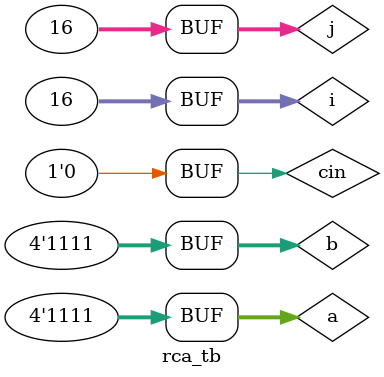
<source format=v>
module rca_tb;
	// Inputs
	reg [3:0] a;
	reg [3:0] b;
	reg cin;
	// Outputs
	wire [3:0] sum;
	wire cout;
	
	integer i,j;

	// Instantiate the Unit Under Test (UUT)
	rca uut (.a(a), .b(b), .cin(cin), .sum(sum), .cout(cout));

	/*initial begin
		a = 4'b1010; b = 4'b1101; cin = 0;
		#10 a = 4'b1100; b = 4'b0011; cin = 0;
  end
		#10 $finish;*/
		
		initial
			begin
				cin = 0;
				for(i=0; i<16; i=i+1)
					begin
						a = i;
						for(j=0; j<16; j=j+1)
							begin
								b = j;
								#10;
							end
					end
			end
      
endmodule

</source>
